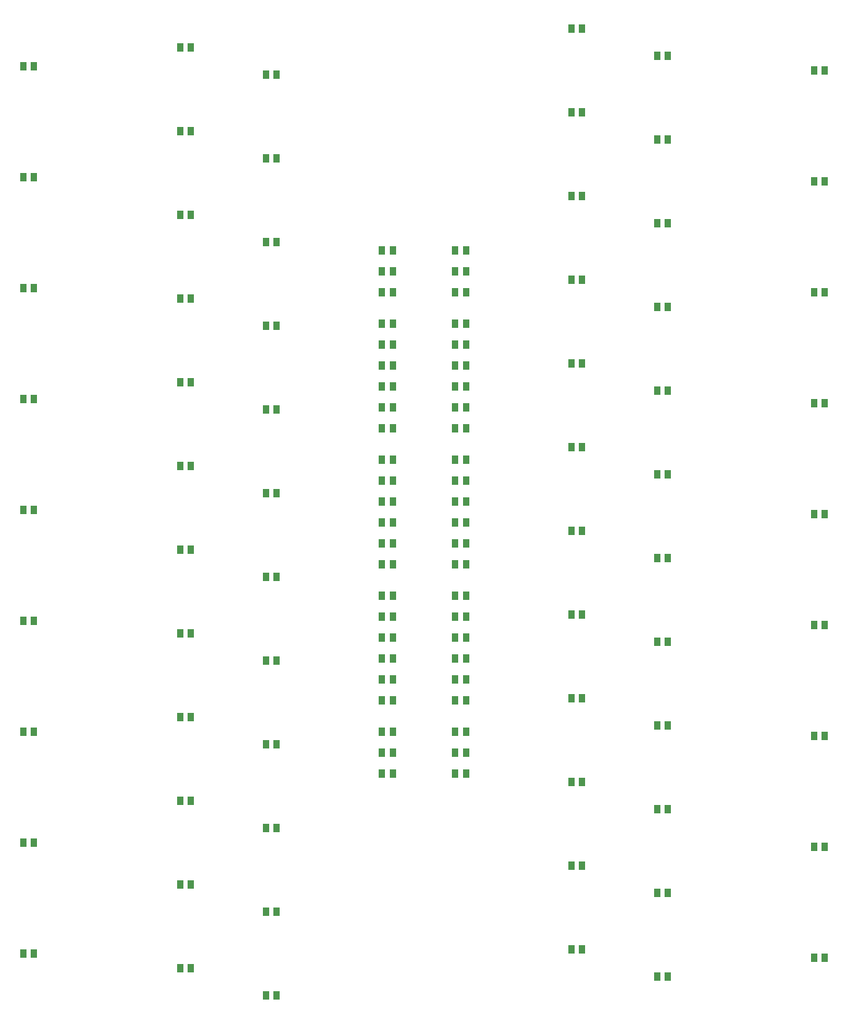
<source format=gbr>
G04 start of page 11 for group -4014 idx -4014 *
G04 Title: NVMemProg_Driver, bottompaste *
G04 Creator: pcb 1.99z *
G04 CreationDate: Mon Nov  7 15:47:14 2016 UTC *
G04 For: wojtek *
G04 Format: Gerber/RS-274X *
G04 PCB-Dimensions (mil): 4291.34 5354.33 *
G04 PCB-Coordinate-Origin: lower left *
%MOIN*%
%FSLAX25Y25*%
%LNBOTTOMPASTE*%
%ADD59C,0.0001*%
G54D59*G36*
X230984Y177716D02*X228032D01*
Y173780D01*
X230984D01*
Y177716D01*
G37*
G36*
X236102D02*X233150D01*
Y173780D01*
X236102D01*
Y177716D01*
G37*
G36*
X230984Y187716D02*X228032D01*
Y183780D01*
X230984D01*
Y187716D01*
G37*
G36*
X236102D02*X233150D01*
Y183780D01*
X236102D01*
Y187716D01*
G37*
G36*
X230984Y197716D02*X228032D01*
Y193780D01*
X230984D01*
Y197716D01*
G37*
G36*
X236102D02*X233150D01*
Y193780D01*
X236102D01*
Y197716D01*
G37*
G36*
X230984Y207716D02*X228032D01*
Y203780D01*
X230984D01*
Y207716D01*
G37*
G36*
X236102D02*X233150D01*
Y203780D01*
X236102D01*
Y207716D01*
G37*
G36*
X230984Y217716D02*X228032D01*
Y213780D01*
X230984D01*
Y217716D01*
G37*
G36*
X236102D02*X233150D01*
Y213780D01*
X236102D01*
Y217716D01*
G37*
G36*
X230984Y227716D02*X228032D01*
Y223780D01*
X230984D01*
Y227716D01*
G37*
G36*
X236102D02*X233150D01*
Y223780D01*
X236102D01*
Y227716D01*
G37*
G36*
X230984Y242716D02*X228032D01*
Y238780D01*
X230984D01*
Y242716D01*
G37*
G36*
X236102D02*X233150D01*
Y238780D01*
X236102D01*
Y242716D01*
G37*
G36*
X230984Y252716D02*X228032D01*
Y248780D01*
X230984D01*
Y252716D01*
G37*
G36*
X236102D02*X233150D01*
Y248780D01*
X236102D01*
Y252716D01*
G37*
G36*
X230984Y262716D02*X228032D01*
Y258780D01*
X230984D01*
Y262716D01*
G37*
G36*
X236102D02*X233150D01*
Y258780D01*
X236102D01*
Y262716D01*
G37*
G36*
X230984Y272716D02*X228032D01*
Y268780D01*
X230984D01*
Y272716D01*
G37*
G36*
X236102D02*X233150D01*
Y268780D01*
X236102D01*
Y272716D01*
G37*
G36*
X230984Y282716D02*X228032D01*
Y278780D01*
X230984D01*
Y282716D01*
G37*
G36*
X236102D02*X233150D01*
Y278780D01*
X236102D01*
Y282716D01*
G37*
G36*
X230984Y292716D02*X228032D01*
Y288780D01*
X230984D01*
Y292716D01*
G37*
G36*
X236102D02*X233150D01*
Y288780D01*
X236102D01*
Y292716D01*
G37*
G36*
X230984Y307716D02*X228032D01*
Y303780D01*
X230984D01*
Y307716D01*
G37*
G36*
X236102D02*X233150D01*
Y303780D01*
X236102D01*
Y307716D01*
G37*
G36*
X230984Y327716D02*X228032D01*
Y323780D01*
X230984D01*
Y327716D01*
G37*
G36*
X236102D02*X233150D01*
Y323780D01*
X236102D01*
Y327716D01*
G37*
G36*
X230984Y337716D02*X228032D01*
Y333780D01*
X230984D01*
Y337716D01*
G37*
G36*
X236102D02*X233150D01*
Y333780D01*
X236102D01*
Y337716D01*
G37*
G36*
X230984Y347716D02*X228032D01*
Y343780D01*
X230984D01*
Y347716D01*
G37*
G36*
X236102D02*X233150D01*
Y343780D01*
X236102D01*
Y347716D01*
G37*
G36*
X230984Y357716D02*X228032D01*
Y353780D01*
X230984D01*
Y357716D01*
G37*
G36*
X236102D02*X233150D01*
Y353780D01*
X236102D01*
Y357716D01*
G37*
G36*
X230984Y317716D02*X228032D01*
Y313780D01*
X230984D01*
Y317716D01*
G37*
G36*
X236102D02*X233150D01*
Y313780D01*
X236102D01*
Y317716D01*
G37*
G36*
X230984Y372716D02*X228032D01*
Y368780D01*
X230984D01*
Y372716D01*
G37*
G36*
X236102D02*X233150D01*
Y368780D01*
X236102D01*
Y372716D01*
G37*
G36*
X230984Y392716D02*X228032D01*
Y388780D01*
X230984D01*
Y392716D01*
G37*
G36*
X236102D02*X233150D01*
Y388780D01*
X236102D01*
Y392716D01*
G37*
G36*
X230984Y142716D02*X228032D01*
Y138780D01*
X230984D01*
Y142716D01*
G37*
G36*
X236102D02*X233150D01*
Y138780D01*
X236102D01*
Y142716D01*
G37*
G36*
X230984Y152716D02*X228032D01*
Y148780D01*
X230984D01*
Y152716D01*
G37*
G36*
X236102D02*X233150D01*
Y148780D01*
X236102D01*
Y152716D01*
G37*
G36*
X230984Y162716D02*X228032D01*
Y158780D01*
X230984D01*
Y162716D01*
G37*
G36*
X236102D02*X233150D01*
Y158780D01*
X236102D01*
Y162716D01*
G37*
G36*
X230984Y382716D02*X228032D01*
Y378780D01*
X230984D01*
Y382716D01*
G37*
G36*
X236102D02*X233150D01*
Y378780D01*
X236102D01*
Y382716D01*
G37*
G36*
X201102Y307716D02*X198150D01*
Y303780D01*
X201102D01*
Y307716D01*
G37*
G36*
X195984D02*X193032D01*
Y303780D01*
X195984D01*
Y307716D01*
G37*
G36*
X201102Y317716D02*X198150D01*
Y313780D01*
X201102D01*
Y317716D01*
G37*
G36*
X195984D02*X193032D01*
Y313780D01*
X195984D01*
Y317716D01*
G37*
G36*
X201102Y327716D02*X198150D01*
Y323780D01*
X201102D01*
Y327716D01*
G37*
G36*
X195984D02*X193032D01*
Y323780D01*
X195984D01*
Y327716D01*
G37*
G36*
X201102Y347716D02*X198150D01*
Y343780D01*
X201102D01*
Y347716D01*
G37*
G36*
X195984D02*X193032D01*
Y343780D01*
X195984D01*
Y347716D01*
G37*
G36*
X201102Y357716D02*X198150D01*
Y353780D01*
X201102D01*
Y357716D01*
G37*
G36*
X195984D02*X193032D01*
Y353780D01*
X195984D01*
Y357716D01*
G37*
G36*
X201102Y272716D02*X198150D01*
Y268780D01*
X201102D01*
Y272716D01*
G37*
G36*
X195984D02*X193032D01*
Y268780D01*
X195984D01*
Y272716D01*
G37*
G36*
X201102Y262716D02*X198150D01*
Y258780D01*
X201102D01*
Y262716D01*
G37*
G36*
X195984D02*X193032D01*
Y258780D01*
X195984D01*
Y262716D01*
G37*
G36*
X201102Y252716D02*X198150D01*
Y248780D01*
X201102D01*
Y252716D01*
G37*
G36*
X195984D02*X193032D01*
Y248780D01*
X195984D01*
Y252716D01*
G37*
G36*
X201102Y242716D02*X198150D01*
Y238780D01*
X201102D01*
Y242716D01*
G37*
G36*
X195984D02*X193032D01*
Y238780D01*
X195984D01*
Y242716D01*
G37*
G36*
X201102Y292716D02*X198150D01*
Y288780D01*
X201102D01*
Y292716D01*
G37*
G36*
X195984D02*X193032D01*
Y288780D01*
X195984D01*
Y292716D01*
G37*
G36*
X201102Y282716D02*X198150D01*
Y278780D01*
X201102D01*
Y282716D01*
G37*
G36*
X195984D02*X193032D01*
Y278780D01*
X195984D01*
Y282716D01*
G37*
G36*
X201102Y197716D02*X198150D01*
Y193780D01*
X201102D01*
Y197716D01*
G37*
G36*
X195984D02*X193032D01*
Y193780D01*
X195984D01*
Y197716D01*
G37*
G36*
X201102Y187716D02*X198150D01*
Y183780D01*
X201102D01*
Y187716D01*
G37*
G36*
X195984D02*X193032D01*
Y183780D01*
X195984D01*
Y187716D01*
G37*
G36*
X201102Y177716D02*X198150D01*
Y173780D01*
X201102D01*
Y177716D01*
G37*
G36*
X195984D02*X193032D01*
Y173780D01*
X195984D01*
Y177716D01*
G37*
G36*
X201102Y227716D02*X198150D01*
Y223780D01*
X201102D01*
Y227716D01*
G37*
G36*
X195984D02*X193032D01*
Y223780D01*
X195984D01*
Y227716D01*
G37*
G36*
X201102Y217716D02*X198150D01*
Y213780D01*
X201102D01*
Y217716D01*
G37*
G36*
X195984D02*X193032D01*
Y213780D01*
X195984D01*
Y217716D01*
G37*
G36*
X201102Y207716D02*X198150D01*
Y203780D01*
X201102D01*
Y207716D01*
G37*
G36*
X195984D02*X193032D01*
Y203780D01*
X195984D01*
Y207716D01*
G37*
G36*
X201102Y142716D02*X198150D01*
Y138780D01*
X201102D01*
Y142716D01*
G37*
G36*
X195984D02*X193032D01*
Y138780D01*
X195984D01*
Y142716D01*
G37*
G36*
X201102Y152716D02*X198150D01*
Y148780D01*
X201102D01*
Y152716D01*
G37*
G36*
X195984D02*X193032D01*
Y148780D01*
X195984D01*
Y152716D01*
G37*
G36*
X201102Y162716D02*X198150D01*
Y158780D01*
X201102D01*
Y162716D01*
G37*
G36*
X195984D02*X193032D01*
Y158780D01*
X195984D01*
Y162716D01*
G37*
G36*
X201102Y392716D02*X198150D01*
Y388780D01*
X201102D01*
Y392716D01*
G37*
G36*
X195984D02*X193032D01*
Y388780D01*
X195984D01*
Y392716D01*
G37*
G36*
X201102Y372716D02*X198150D01*
Y368780D01*
X201102D01*
Y372716D01*
G37*
G36*
X195984D02*X193032D01*
Y368780D01*
X195984D01*
Y372716D01*
G37*
G36*
X201102Y382716D02*X198150D01*
Y378780D01*
X201102D01*
Y382716D01*
G37*
G36*
X195984D02*X193032D01*
Y378780D01*
X195984D01*
Y382716D01*
G37*
G36*
X201102Y337716D02*X198150D01*
Y333780D01*
X201102D01*
Y337716D01*
G37*
G36*
X195984D02*X193032D01*
Y333780D01*
X195984D01*
Y337716D01*
G37*
G36*
X24484Y374716D02*X21532D01*
Y370780D01*
X24484D01*
Y374716D01*
G37*
G36*
X29602D02*X26650D01*
Y370780D01*
X29602D01*
Y374716D01*
G37*
G36*
X24484Y215716D02*X21532D01*
Y211780D01*
X24484D01*
Y215716D01*
G37*
G36*
X29602D02*X26650D01*
Y211780D01*
X29602D01*
Y215716D01*
G37*
G36*
X24484Y56716D02*X21532D01*
Y52780D01*
X24484D01*
Y56716D01*
G37*
G36*
X29602D02*X26650D01*
Y52780D01*
X29602D01*
Y56716D01*
G37*
G36*
X24484Y427716D02*X21532D01*
Y423780D01*
X24484D01*
Y427716D01*
G37*
G36*
X29602D02*X26650D01*
Y423780D01*
X29602D01*
Y427716D01*
G37*
G36*
X24484Y268716D02*X21532D01*
Y264780D01*
X24484D01*
Y268716D01*
G37*
G36*
X29602D02*X26650D01*
Y264780D01*
X29602D01*
Y268716D01*
G37*
G36*
X24484Y109716D02*X21532D01*
Y105780D01*
X24484D01*
Y109716D01*
G37*
G36*
X29602D02*X26650D01*
Y105780D01*
X29602D01*
Y109716D01*
G37*
G36*
X24484Y480716D02*X21532D01*
Y476780D01*
X24484D01*
Y480716D01*
G37*
G36*
X29602D02*X26650D01*
Y476780D01*
X29602D01*
Y480716D01*
G37*
G36*
X24484Y321716D02*X21532D01*
Y317780D01*
X24484D01*
Y321716D01*
G37*
G36*
X29602D02*X26650D01*
Y317780D01*
X29602D01*
Y321716D01*
G37*
G36*
X24484Y162716D02*X21532D01*
Y158780D01*
X24484D01*
Y162716D01*
G37*
G36*
X29602D02*X26650D01*
Y158780D01*
X29602D01*
Y162716D01*
G37*
G36*
X407602Y160716D02*X404650D01*
Y156780D01*
X407602D01*
Y160716D01*
G37*
G36*
X402484D02*X399532D01*
Y156780D01*
X402484D01*
Y160716D01*
G37*
G36*
X407602Y319716D02*X404650D01*
Y315780D01*
X407602D01*
Y319716D01*
G37*
G36*
X402484D02*X399532D01*
Y315780D01*
X402484D01*
Y319716D01*
G37*
G36*
X407602Y478716D02*X404650D01*
Y474780D01*
X407602D01*
Y478716D01*
G37*
G36*
X402484D02*X399532D01*
Y474780D01*
X402484D01*
Y478716D01*
G37*
G36*
X407602Y107716D02*X404650D01*
Y103780D01*
X407602D01*
Y107716D01*
G37*
G36*
X402484D02*X399532D01*
Y103780D01*
X402484D01*
Y107716D01*
G37*
G36*
X407602Y266716D02*X404650D01*
Y262780D01*
X407602D01*
Y266716D01*
G37*
G36*
X402484D02*X399532D01*
Y262780D01*
X402484D01*
Y266716D01*
G37*
G36*
X407602Y425716D02*X404650D01*
Y421780D01*
X407602D01*
Y425716D01*
G37*
G36*
X402484D02*X399532D01*
Y421780D01*
X402484D01*
Y425716D01*
G37*
G36*
X407602Y54716D02*X404650D01*
Y50780D01*
X407602D01*
Y54716D01*
G37*
G36*
X402484D02*X399532D01*
Y50780D01*
X402484D01*
Y54716D01*
G37*
G36*
X407602Y213716D02*X404650D01*
Y209780D01*
X407602D01*
Y213716D01*
G37*
G36*
X402484D02*X399532D01*
Y209780D01*
X402484D01*
Y213716D01*
G37*
G36*
X407602Y372716D02*X404650D01*
Y368780D01*
X407602D01*
Y372716D01*
G37*
G36*
X402484D02*X399532D01*
Y368780D01*
X402484D01*
Y372716D01*
G37*
G36*
X286484Y418716D02*X283532D01*
Y414780D01*
X286484D01*
Y418716D01*
G37*
G36*
X291602D02*X288650D01*
Y414780D01*
X291602D01*
Y418716D01*
G37*
G36*
X286484Y258716D02*X283532D01*
Y254780D01*
X286484D01*
Y258716D01*
G37*
G36*
X291602D02*X288650D01*
Y254780D01*
X291602D01*
Y258716D01*
G37*
G36*
X286484Y98716D02*X283532D01*
Y94780D01*
X286484D01*
Y98716D01*
G37*
G36*
X291602D02*X288650D01*
Y94780D01*
X291602D01*
Y98716D01*
G37*
G36*
X286484Y498716D02*X283532D01*
Y494780D01*
X286484D01*
Y498716D01*
G37*
G36*
X291602D02*X288650D01*
Y494780D01*
X291602D01*
Y498716D01*
G37*
G36*
X286484Y338716D02*X283532D01*
Y334780D01*
X286484D01*
Y338716D01*
G37*
G36*
X291602D02*X288650D01*
Y334780D01*
X291602D01*
Y338716D01*
G37*
G36*
X286484Y178716D02*X283532D01*
Y174780D01*
X286484D01*
Y178716D01*
G37*
G36*
X291602D02*X288650D01*
Y174780D01*
X291602D01*
Y178716D01*
G37*
G36*
X286484Y378716D02*X283532D01*
Y374780D01*
X286484D01*
Y378716D01*
G37*
G36*
X291602D02*X288650D01*
Y374780D01*
X291602D01*
Y378716D01*
G37*
G36*
X286484Y218716D02*X283532D01*
Y214780D01*
X286484D01*
Y218716D01*
G37*
G36*
X291602D02*X288650D01*
Y214780D01*
X291602D01*
Y218716D01*
G37*
G36*
X286484Y58716D02*X283532D01*
Y54780D01*
X286484D01*
Y58716D01*
G37*
G36*
X291602D02*X288650D01*
Y54780D01*
X291602D01*
Y58716D01*
G37*
G36*
X286484Y458716D02*X283532D01*
Y454780D01*
X286484D01*
Y458716D01*
G37*
G36*
X291602D02*X288650D01*
Y454780D01*
X291602D01*
Y458716D01*
G37*
G36*
X286484Y298716D02*X283532D01*
Y294780D01*
X286484D01*
Y298716D01*
G37*
G36*
X291602D02*X288650D01*
Y294780D01*
X291602D01*
Y298716D01*
G37*
G36*
X286484Y138716D02*X283532D01*
Y134780D01*
X286484D01*
Y138716D01*
G37*
G36*
X291602D02*X288650D01*
Y134780D01*
X291602D01*
Y138716D01*
G37*
G36*
X327484Y365716D02*X324532D01*
Y361780D01*
X327484D01*
Y365716D01*
G37*
G36*
X332602D02*X329650D01*
Y361780D01*
X332602D01*
Y365716D01*
G37*
G36*
X327484Y205716D02*X324532D01*
Y201780D01*
X327484D01*
Y205716D01*
G37*
G36*
X332602D02*X329650D01*
Y201780D01*
X332602D01*
Y205716D01*
G37*
G36*
X327484Y45716D02*X324532D01*
Y41780D01*
X327484D01*
Y45716D01*
G37*
G36*
X332602D02*X329650D01*
Y41780D01*
X332602D01*
Y45716D01*
G37*
G36*
X327484Y485716D02*X324532D01*
Y481780D01*
X327484D01*
Y485716D01*
G37*
G36*
X332602D02*X329650D01*
Y481780D01*
X332602D01*
Y485716D01*
G37*
G36*
X327484Y325716D02*X324532D01*
Y321780D01*
X327484D01*
Y325716D01*
G37*
G36*
X332602D02*X329650D01*
Y321780D01*
X332602D01*
Y325716D01*
G37*
G36*
X327484Y165716D02*X324532D01*
Y161780D01*
X327484D01*
Y165716D01*
G37*
G36*
X332602D02*X329650D01*
Y161780D01*
X332602D01*
Y165716D01*
G37*
G36*
X327484Y445716D02*X324532D01*
Y441780D01*
X327484D01*
Y445716D01*
G37*
G36*
X332602D02*X329650D01*
Y441780D01*
X332602D01*
Y445716D01*
G37*
G36*
X327484Y285716D02*X324532D01*
Y281780D01*
X327484D01*
Y285716D01*
G37*
G36*
X332602D02*X329650D01*
Y281780D01*
X332602D01*
Y285716D01*
G37*
G36*
X327484Y125716D02*X324532D01*
Y121780D01*
X327484D01*
Y125716D01*
G37*
G36*
X332602D02*X329650D01*
Y121780D01*
X332602D01*
Y125716D01*
G37*
G36*
X327484Y405716D02*X324532D01*
Y401780D01*
X327484D01*
Y405716D01*
G37*
G36*
X332602D02*X329650D01*
Y401780D01*
X332602D01*
Y405716D01*
G37*
G36*
X327484Y245716D02*X324532D01*
Y241780D01*
X327484D01*
Y245716D01*
G37*
G36*
X332602D02*X329650D01*
Y241780D01*
X332602D01*
Y245716D01*
G37*
G36*
X327484Y85716D02*X324532D01*
Y81780D01*
X327484D01*
Y85716D01*
G37*
G36*
X332602D02*X329650D01*
Y81780D01*
X332602D01*
Y85716D01*
G37*
G36*
X145602Y116716D02*X142650D01*
Y112780D01*
X145602D01*
Y116716D01*
G37*
G36*
X140484D02*X137532D01*
Y112780D01*
X140484D01*
Y116716D01*
G37*
G36*
X145602Y276716D02*X142650D01*
Y272780D01*
X145602D01*
Y276716D01*
G37*
G36*
X140484D02*X137532D01*
Y272780D01*
X140484D01*
Y276716D01*
G37*
G36*
X145602Y436716D02*X142650D01*
Y432780D01*
X145602D01*
Y436716D01*
G37*
G36*
X140484D02*X137532D01*
Y432780D01*
X140484D01*
Y436716D01*
G37*
G36*
X145602Y36716D02*X142650D01*
Y32780D01*
X145602D01*
Y36716D01*
G37*
G36*
X140484D02*X137532D01*
Y32780D01*
X140484D01*
Y36716D01*
G37*
G36*
X145602Y196716D02*X142650D01*
Y192780D01*
X145602D01*
Y196716D01*
G37*
G36*
X140484D02*X137532D01*
Y192780D01*
X140484D01*
Y196716D01*
G37*
G36*
X145602Y356716D02*X142650D01*
Y352780D01*
X145602D01*
Y356716D01*
G37*
G36*
X140484D02*X137532D01*
Y352780D01*
X140484D01*
Y356716D01*
G37*
G36*
X145602Y156716D02*X142650D01*
Y152780D01*
X145602D01*
Y156716D01*
G37*
G36*
X140484D02*X137532D01*
Y152780D01*
X140484D01*
Y156716D01*
G37*
G36*
X145602Y316716D02*X142650D01*
Y312780D01*
X145602D01*
Y316716D01*
G37*
G36*
X140484D02*X137532D01*
Y312780D01*
X140484D01*
Y316716D01*
G37*
G36*
X145602Y476716D02*X142650D01*
Y472780D01*
X145602D01*
Y476716D01*
G37*
G36*
X140484D02*X137532D01*
Y472780D01*
X140484D01*
Y476716D01*
G37*
G36*
X145602Y76716D02*X142650D01*
Y72780D01*
X145602D01*
Y76716D01*
G37*
G36*
X140484D02*X137532D01*
Y72780D01*
X140484D01*
Y76716D01*
G37*
G36*
X145602Y236716D02*X142650D01*
Y232780D01*
X145602D01*
Y236716D01*
G37*
G36*
X140484D02*X137532D01*
Y232780D01*
X140484D01*
Y236716D01*
G37*
G36*
X145602Y396716D02*X142650D01*
Y392780D01*
X145602D01*
Y396716D01*
G37*
G36*
X140484D02*X137532D01*
Y392780D01*
X140484D01*
Y396716D01*
G37*
G36*
X104602Y169716D02*X101650D01*
Y165780D01*
X104602D01*
Y169716D01*
G37*
G36*
X99484D02*X96532D01*
Y165780D01*
X99484D01*
Y169716D01*
G37*
G36*
X104602Y329716D02*X101650D01*
Y325780D01*
X104602D01*
Y329716D01*
G37*
G36*
X99484D02*X96532D01*
Y325780D01*
X99484D01*
Y329716D01*
G37*
G36*
X104602Y489716D02*X101650D01*
Y485780D01*
X104602D01*
Y489716D01*
G37*
G36*
X99484D02*X96532D01*
Y485780D01*
X99484D01*
Y489716D01*
G37*
G36*
X104602Y49716D02*X101650D01*
Y45780D01*
X104602D01*
Y49716D01*
G37*
G36*
X99484D02*X96532D01*
Y45780D01*
X99484D01*
Y49716D01*
G37*
G36*
X104602Y209716D02*X101650D01*
Y205780D01*
X104602D01*
Y209716D01*
G37*
G36*
X99484D02*X96532D01*
Y205780D01*
X99484D01*
Y209716D01*
G37*
G36*
X104602Y369716D02*X101650D01*
Y365780D01*
X104602D01*
Y369716D01*
G37*
G36*
X99484D02*X96532D01*
Y365780D01*
X99484D01*
Y369716D01*
G37*
G36*
X104602Y89716D02*X101650D01*
Y85780D01*
X104602D01*
Y89716D01*
G37*
G36*
X99484D02*X96532D01*
Y85780D01*
X99484D01*
Y89716D01*
G37*
G36*
X104602Y249716D02*X101650D01*
Y245780D01*
X104602D01*
Y249716D01*
G37*
G36*
X99484D02*X96532D01*
Y245780D01*
X99484D01*
Y249716D01*
G37*
G36*
X104602Y409716D02*X101650D01*
Y405780D01*
X104602D01*
Y409716D01*
G37*
G36*
X99484D02*X96532D01*
Y405780D01*
X99484D01*
Y409716D01*
G37*
G36*
X104602Y129716D02*X101650D01*
Y125780D01*
X104602D01*
Y129716D01*
G37*
G36*
X99484D02*X96532D01*
Y125780D01*
X99484D01*
Y129716D01*
G37*
G36*
X104602Y289716D02*X101650D01*
Y285780D01*
X104602D01*
Y289716D01*
G37*
G36*
X99484D02*X96532D01*
Y285780D01*
X99484D01*
Y289716D01*
G37*
G36*
X104602Y449716D02*X101650D01*
Y445780D01*
X104602D01*
Y449716D01*
G37*
G36*
X99484D02*X96532D01*
Y445780D01*
X99484D01*
Y449716D01*
G37*
M02*

</source>
